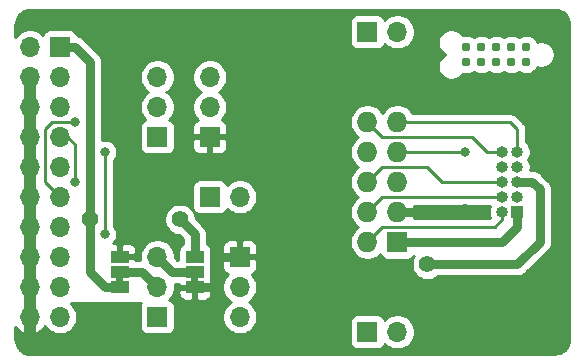
<source format=gbl>
G04 #@! TF.GenerationSoftware,KiCad,Pcbnew,5.1.5-52549c5~86~ubuntu19.04.1*
G04 #@! TF.CreationDate,2020-12-26T14:34:18+01:00*
G04 #@! TF.ProjectId,jlink-tagConnect-adapter-v3,6a6c696e-6b2d-4746-9167-436f6e6e6563,rev?*
G04 #@! TF.SameCoordinates,Original*
G04 #@! TF.FileFunction,Copper,L2,Bot*
G04 #@! TF.FilePolarity,Positive*
%FSLAX46Y46*%
G04 Gerber Fmt 4.6, Leading zero omitted, Abs format (unit mm)*
G04 Created by KiCad (PCBNEW 5.1.5-52549c5~86~ubuntu19.04.1) date 2020-12-26 14:34:18*
%MOMM*%
%LPD*%
G04 APERTURE LIST*
%ADD10C,0.100000*%
%ADD11O,1.700000X1.700000*%
%ADD12R,1.700000X1.700000*%
%ADD13C,0.787400*%
%ADD14O,1.000000X1.000000*%
%ADD15R,1.000000X1.000000*%
%ADD16O,1.727200X1.727200*%
%ADD17R,1.727200X1.727200*%
%ADD18R,1.500000X1.000000*%
%ADD19C,1.400000*%
%ADD20C,0.800000*%
%ADD21C,1.016000*%
%ADD22C,0.762000*%
%ADD23C,0.254000*%
G04 APERTURE END LIST*
D10*
G36*
X105710000Y-115200000D02*
G01*
X105710000Y-114700000D01*
X105110000Y-114700000D01*
X105110000Y-115200000D01*
X105710000Y-115200000D01*
G37*
G36*
X99360000Y-115200000D02*
G01*
X99360000Y-114700000D01*
X98760000Y-114700000D01*
X98760000Y-115200000D01*
X99360000Y-115200000D01*
G37*
D11*
X109220000Y-107950000D03*
D12*
X106680000Y-107950000D03*
D13*
X133477000Y-95250000D03*
X132207000Y-95250000D03*
X130937000Y-95250000D03*
X129667000Y-95250000D03*
X128397000Y-95250000D03*
X128397000Y-96520000D03*
X129667000Y-96520000D03*
X130937000Y-96520000D03*
X132207000Y-96520000D03*
X133477000Y-96520000D03*
D14*
X131445000Y-104140000D03*
X132715000Y-104140000D03*
X131445000Y-105410000D03*
X132715000Y-105410000D03*
X131445000Y-106680000D03*
X132715000Y-106680000D03*
X131445000Y-107950000D03*
X132715000Y-107950000D03*
X131445000Y-109220000D03*
D15*
X132715000Y-109220000D03*
D16*
X120015000Y-101600000D03*
X122555000Y-101600000D03*
X120015000Y-104140000D03*
X122555000Y-104140000D03*
X120015000Y-106680000D03*
X122555000Y-106680000D03*
X120015000Y-109220000D03*
X122555000Y-109220000D03*
X120015000Y-111760000D03*
D17*
X122555000Y-111760000D03*
D11*
X91440000Y-118110000D03*
X93980000Y-118110000D03*
X91440000Y-115570000D03*
X93980000Y-115570000D03*
X91440000Y-113030000D03*
X93980000Y-113030000D03*
X91440000Y-110490000D03*
X93980000Y-110490000D03*
X91440000Y-107950000D03*
X93980000Y-107950000D03*
X91440000Y-105410000D03*
X93980000Y-105410000D03*
X91440000Y-102870000D03*
X93980000Y-102870000D03*
X91440000Y-100330000D03*
X93980000Y-100330000D03*
X91440000Y-97790000D03*
X93980000Y-97790000D03*
X91440000Y-95250000D03*
D12*
X93980000Y-95250000D03*
D11*
X102235000Y-113030000D03*
X102235000Y-115570000D03*
D12*
X102235000Y-118110000D03*
D18*
X105410000Y-114300000D03*
X105410000Y-113000000D03*
X105410000Y-115600000D03*
X99060000Y-114300000D03*
X99060000Y-113000000D03*
X99060000Y-115600000D03*
D11*
X122555000Y-119380000D03*
D12*
X120015000Y-119380000D03*
D11*
X122555000Y-93980000D03*
D12*
X120015000Y-93980000D03*
D11*
X109220000Y-118110000D03*
X109220000Y-115570000D03*
D12*
X109220000Y-113030000D03*
D11*
X106680000Y-97790000D03*
X106680000Y-100330000D03*
D12*
X106680000Y-102870000D03*
D11*
X102235000Y-97790000D03*
X102235000Y-100330000D03*
D12*
X102235000Y-102870000D03*
D19*
X136525000Y-107950000D03*
X128270000Y-109220000D03*
X128270000Y-116205000D03*
D20*
X97790000Y-111125000D03*
X97790000Y-104140000D03*
X95250000Y-101600000D03*
X95250000Y-106680000D03*
D19*
X104140000Y-109855000D03*
X96520000Y-109855000D03*
D20*
X128270000Y-104140000D03*
D19*
X125095000Y-113665000D03*
D21*
X91440000Y-97790000D02*
X91440000Y-120015000D01*
D22*
X105410000Y-115600000D02*
X107285000Y-115600000D01*
X107285000Y-115600000D02*
X107315000Y-115570000D01*
X107315000Y-115570000D02*
X107315000Y-113030000D01*
X107315000Y-113030000D02*
X109220000Y-113030000D01*
X122555000Y-109220000D02*
X128270000Y-109220000D01*
D23*
X97790000Y-111125000D02*
X97790000Y-104140000D01*
X130175000Y-104140000D02*
X131445000Y-104140000D01*
X120015000Y-101600000D02*
X121285000Y-102870000D01*
X128905000Y-102870000D02*
X130175000Y-104140000D01*
X121285000Y-102870000D02*
X128905000Y-102870000D01*
X92710000Y-106680000D02*
X92710000Y-102235000D01*
X93980000Y-107950000D02*
X92710000Y-106680000D01*
X92710000Y-102235000D02*
X93345000Y-101600000D01*
X93345000Y-101600000D02*
X95250000Y-101600000D01*
X120015000Y-109220000D02*
X121285000Y-107950000D01*
X121285000Y-107950000D02*
X127000000Y-107950000D01*
X127000000Y-107950000D02*
X131445000Y-107950000D01*
X93980000Y-102870000D02*
X94615000Y-102870000D01*
X94615000Y-102870000D02*
X95250000Y-103505000D01*
X95250000Y-103505000D02*
X95250000Y-106680000D01*
X95250000Y-106680000D02*
X95250000Y-106680000D01*
X130810000Y-110490000D02*
X131445000Y-109855000D01*
X120015000Y-111760000D02*
X121285000Y-110490000D01*
X131445000Y-109855000D02*
X131445000Y-109220000D01*
X121285000Y-110490000D02*
X130810000Y-110490000D01*
D22*
X99060000Y-115600000D02*
X97820000Y-115600000D01*
X97820000Y-115600000D02*
X96520000Y-114300000D01*
X105410000Y-113000000D02*
X105410000Y-111125000D01*
X105410000Y-111125000D02*
X104140000Y-109855000D01*
X96520000Y-114300000D02*
X96520000Y-109855000D01*
X96520000Y-108585000D02*
X96520000Y-96520000D01*
X95250000Y-95250000D02*
X96520000Y-96520000D01*
X93980000Y-95250000D02*
X95250000Y-95250000D01*
X96520000Y-109855000D02*
X96520000Y-108585000D01*
D23*
X122555000Y-101600000D02*
X132080000Y-101600000D01*
X132715000Y-102235000D02*
X132715000Y-104140000D01*
X132080000Y-101600000D02*
X132715000Y-102235000D01*
X127635000Y-104140000D02*
X127635000Y-104140000D01*
X122555000Y-104140000D02*
X128270000Y-104140000D01*
D22*
X134620000Y-107315000D02*
X133985000Y-106680000D01*
X125095000Y-113665000D02*
X132715000Y-113665000D01*
X133985000Y-106680000D02*
X132715000Y-106680000D01*
X132715000Y-113665000D02*
X134620000Y-111760000D01*
X134620000Y-111760000D02*
X134620000Y-107315000D01*
X132715000Y-110490000D02*
X132715000Y-109220000D01*
X122555000Y-111760000D02*
X131445000Y-111760000D01*
X131445000Y-111760000D02*
X132715000Y-110490000D01*
X103505000Y-114300000D02*
X102235000Y-113030000D01*
X105410000Y-114300000D02*
X103505000Y-114300000D01*
X100965000Y-114300000D02*
X102235000Y-115570000D01*
X99060000Y-114300000D02*
X100965000Y-114300000D01*
D23*
X120015000Y-106680000D02*
X121285000Y-105410000D01*
X121285000Y-105410000D02*
X125095000Y-105410000D01*
X125095000Y-105410000D02*
X126365000Y-106680000D01*
X126365000Y-106680000D02*
X131445000Y-106680000D01*
G36*
X136126173Y-92152245D02*
G01*
X136353345Y-92220833D01*
X136562878Y-92332243D01*
X136746771Y-92482224D01*
X136898039Y-92665075D01*
X137010903Y-92873816D01*
X137081077Y-93100510D01*
X137109201Y-93368089D01*
X137109200Y-119981460D01*
X137082755Y-120251169D01*
X137014167Y-120478346D01*
X136902756Y-120687878D01*
X136752776Y-120871772D01*
X136569925Y-121023039D01*
X136361188Y-121135902D01*
X136134490Y-121206077D01*
X135866921Y-121234200D01*
X91473540Y-121234200D01*
X91203831Y-121207755D01*
X90976654Y-121139167D01*
X90767122Y-121027756D01*
X90583228Y-120877776D01*
X90431961Y-120694925D01*
X90319098Y-120486188D01*
X90248923Y-120259490D01*
X90220800Y-119991921D01*
X90220800Y-118947226D01*
X90342412Y-119110269D01*
X90558645Y-119305178D01*
X90808748Y-119454157D01*
X91083109Y-119551481D01*
X91313000Y-119430814D01*
X91313000Y-118237000D01*
X91293000Y-118237000D01*
X91293000Y-117983000D01*
X91313000Y-117983000D01*
X91313000Y-115697000D01*
X91293000Y-115697000D01*
X91293000Y-115443000D01*
X91313000Y-115443000D01*
X91313000Y-113157000D01*
X91293000Y-113157000D01*
X91293000Y-112903000D01*
X91313000Y-112903000D01*
X91313000Y-110617000D01*
X91293000Y-110617000D01*
X91293000Y-110363000D01*
X91313000Y-110363000D01*
X91313000Y-108077000D01*
X91293000Y-108077000D01*
X91293000Y-107823000D01*
X91313000Y-107823000D01*
X91313000Y-105537000D01*
X91293000Y-105537000D01*
X91293000Y-105283000D01*
X91313000Y-105283000D01*
X91313000Y-102997000D01*
X91293000Y-102997000D01*
X91293000Y-102743000D01*
X91313000Y-102743000D01*
X91313000Y-100457000D01*
X91293000Y-100457000D01*
X91293000Y-100203000D01*
X91313000Y-100203000D01*
X91313000Y-97917000D01*
X91293000Y-97917000D01*
X91293000Y-97663000D01*
X91313000Y-97663000D01*
X91313000Y-97643000D01*
X91567000Y-97643000D01*
X91567000Y-97663000D01*
X91587000Y-97663000D01*
X91587000Y-97917000D01*
X91567000Y-97917000D01*
X91567000Y-100203000D01*
X91587000Y-100203000D01*
X91587000Y-100457000D01*
X91567000Y-100457000D01*
X91567000Y-102743000D01*
X91587000Y-102743000D01*
X91587000Y-102997000D01*
X91567000Y-102997000D01*
X91567000Y-105283000D01*
X91587000Y-105283000D01*
X91587000Y-105537000D01*
X91567000Y-105537000D01*
X91567000Y-107823000D01*
X91587000Y-107823000D01*
X91587000Y-108077000D01*
X91567000Y-108077000D01*
X91567000Y-110363000D01*
X91587000Y-110363000D01*
X91587000Y-110617000D01*
X91567000Y-110617000D01*
X91567000Y-112903000D01*
X91587000Y-112903000D01*
X91587000Y-113157000D01*
X91567000Y-113157000D01*
X91567000Y-115443000D01*
X91587000Y-115443000D01*
X91587000Y-115697000D01*
X91567000Y-115697000D01*
X91567000Y-117983000D01*
X91587000Y-117983000D01*
X91587000Y-118237000D01*
X91567000Y-118237000D01*
X91567000Y-119430814D01*
X91796891Y-119551481D01*
X92071252Y-119454157D01*
X92321355Y-119305178D01*
X92537588Y-119110269D01*
X92708900Y-118880594D01*
X92826525Y-119056632D01*
X93033368Y-119263475D01*
X93276589Y-119425990D01*
X93546842Y-119537932D01*
X93833740Y-119595000D01*
X94126260Y-119595000D01*
X94413158Y-119537932D01*
X94683411Y-119425990D01*
X94926632Y-119263475D01*
X95133475Y-119056632D01*
X95295990Y-118813411D01*
X95407932Y-118543158D01*
X95465000Y-118256260D01*
X95465000Y-117963740D01*
X95407932Y-117676842D01*
X95295990Y-117406589D01*
X95133475Y-117163368D01*
X94937107Y-116967000D01*
X100821593Y-116967000D01*
X100795498Y-117015820D01*
X100759188Y-117135518D01*
X100746928Y-117260000D01*
X100746928Y-118960000D01*
X100759188Y-119084482D01*
X100795498Y-119204180D01*
X100854463Y-119314494D01*
X100933815Y-119411185D01*
X101030506Y-119490537D01*
X101140820Y-119549502D01*
X101260518Y-119585812D01*
X101385000Y-119598072D01*
X103085000Y-119598072D01*
X103209482Y-119585812D01*
X103329180Y-119549502D01*
X103439494Y-119490537D01*
X103536185Y-119411185D01*
X103615537Y-119314494D01*
X103674502Y-119204180D01*
X103710812Y-119084482D01*
X103723072Y-118960000D01*
X103723072Y-117260000D01*
X103710812Y-117135518D01*
X103674502Y-117015820D01*
X103615537Y-116905506D01*
X103536185Y-116808815D01*
X103439494Y-116729463D01*
X103329180Y-116670498D01*
X103256620Y-116648487D01*
X103388475Y-116516632D01*
X103550990Y-116273411D01*
X103662932Y-116003158D01*
X103720000Y-115716260D01*
X103720000Y-115423740D01*
X103698569Y-115316000D01*
X104026750Y-115316000D01*
X104183750Y-115473000D01*
X104539407Y-115473000D01*
X104550988Y-115494781D01*
X104578655Y-115547703D01*
X104580049Y-115549437D01*
X104581095Y-115551404D01*
X104618883Y-115597737D01*
X104656310Y-115644286D01*
X104658015Y-115645717D01*
X104659423Y-115647443D01*
X104705473Y-115685539D01*
X104751246Y-115723947D01*
X104753198Y-115725020D01*
X104754913Y-115726439D01*
X104755951Y-115727000D01*
X104183750Y-115727000D01*
X104025000Y-115885750D01*
X104021928Y-116100000D01*
X104034188Y-116224482D01*
X104070498Y-116344180D01*
X104129463Y-116454494D01*
X104208815Y-116551185D01*
X104305506Y-116630537D01*
X104415820Y-116689502D01*
X104535518Y-116725812D01*
X104660000Y-116738072D01*
X105124250Y-116735000D01*
X105283000Y-116576250D01*
X105283000Y-115835000D01*
X105537000Y-115835000D01*
X105537000Y-116576250D01*
X105695750Y-116735000D01*
X106160000Y-116738072D01*
X106284482Y-116725812D01*
X106404180Y-116689502D01*
X106514494Y-116630537D01*
X106611185Y-116551185D01*
X106690537Y-116454494D01*
X106749502Y-116344180D01*
X106785812Y-116224482D01*
X106798072Y-116100000D01*
X106795000Y-115885750D01*
X106636250Y-115727000D01*
X106063740Y-115727000D01*
X106107737Y-115691117D01*
X106154286Y-115653690D01*
X106155717Y-115651985D01*
X106157443Y-115650577D01*
X106195539Y-115604527D01*
X106233947Y-115558754D01*
X106235020Y-115556802D01*
X106236439Y-115555087D01*
X106264851Y-115502539D01*
X106281091Y-115473000D01*
X106636250Y-115473000D01*
X106795000Y-115314250D01*
X106798072Y-115100000D01*
X106785812Y-114975518D01*
X106778071Y-114950000D01*
X106785812Y-114924482D01*
X106798072Y-114800000D01*
X106798072Y-113880000D01*
X107731928Y-113880000D01*
X107744188Y-114004482D01*
X107780498Y-114124180D01*
X107839463Y-114234494D01*
X107918815Y-114331185D01*
X108015506Y-114410537D01*
X108125820Y-114469502D01*
X108198380Y-114491513D01*
X108066525Y-114623368D01*
X107904010Y-114866589D01*
X107792068Y-115136842D01*
X107735000Y-115423740D01*
X107735000Y-115716260D01*
X107792068Y-116003158D01*
X107904010Y-116273411D01*
X108066525Y-116516632D01*
X108273368Y-116723475D01*
X108447760Y-116840000D01*
X108273368Y-116956525D01*
X108066525Y-117163368D01*
X107904010Y-117406589D01*
X107792068Y-117676842D01*
X107735000Y-117963740D01*
X107735000Y-118256260D01*
X107792068Y-118543158D01*
X107904010Y-118813411D01*
X108066525Y-119056632D01*
X108273368Y-119263475D01*
X108516589Y-119425990D01*
X108786842Y-119537932D01*
X109073740Y-119595000D01*
X109366260Y-119595000D01*
X109653158Y-119537932D01*
X109923411Y-119425990D01*
X110166632Y-119263475D01*
X110373475Y-119056632D01*
X110535990Y-118813411D01*
X110647932Y-118543158D01*
X110650549Y-118530000D01*
X118526928Y-118530000D01*
X118526928Y-120230000D01*
X118539188Y-120354482D01*
X118575498Y-120474180D01*
X118634463Y-120584494D01*
X118713815Y-120681185D01*
X118810506Y-120760537D01*
X118920820Y-120819502D01*
X119040518Y-120855812D01*
X119165000Y-120868072D01*
X120865000Y-120868072D01*
X120989482Y-120855812D01*
X121109180Y-120819502D01*
X121219494Y-120760537D01*
X121316185Y-120681185D01*
X121395537Y-120584494D01*
X121454502Y-120474180D01*
X121476513Y-120401620D01*
X121608368Y-120533475D01*
X121851589Y-120695990D01*
X122121842Y-120807932D01*
X122408740Y-120865000D01*
X122701260Y-120865000D01*
X122988158Y-120807932D01*
X123258411Y-120695990D01*
X123501632Y-120533475D01*
X123708475Y-120326632D01*
X123870990Y-120083411D01*
X123982932Y-119813158D01*
X124040000Y-119526260D01*
X124040000Y-119233740D01*
X123982932Y-118946842D01*
X123870990Y-118676589D01*
X123708475Y-118433368D01*
X123501632Y-118226525D01*
X123258411Y-118064010D01*
X122988158Y-117952068D01*
X122701260Y-117895000D01*
X122408740Y-117895000D01*
X122121842Y-117952068D01*
X121851589Y-118064010D01*
X121608368Y-118226525D01*
X121476513Y-118358380D01*
X121454502Y-118285820D01*
X121395537Y-118175506D01*
X121316185Y-118078815D01*
X121219494Y-117999463D01*
X121109180Y-117940498D01*
X120989482Y-117904188D01*
X120865000Y-117891928D01*
X119165000Y-117891928D01*
X119040518Y-117904188D01*
X118920820Y-117940498D01*
X118810506Y-117999463D01*
X118713815Y-118078815D01*
X118634463Y-118175506D01*
X118575498Y-118285820D01*
X118539188Y-118405518D01*
X118526928Y-118530000D01*
X110650549Y-118530000D01*
X110705000Y-118256260D01*
X110705000Y-117963740D01*
X110647932Y-117676842D01*
X110535990Y-117406589D01*
X110373475Y-117163368D01*
X110166632Y-116956525D01*
X109992240Y-116840000D01*
X110166632Y-116723475D01*
X110373475Y-116516632D01*
X110535990Y-116273411D01*
X110647932Y-116003158D01*
X110705000Y-115716260D01*
X110705000Y-115423740D01*
X110647932Y-115136842D01*
X110535990Y-114866589D01*
X110373475Y-114623368D01*
X110241620Y-114491513D01*
X110314180Y-114469502D01*
X110424494Y-114410537D01*
X110521185Y-114331185D01*
X110600537Y-114234494D01*
X110659502Y-114124180D01*
X110695812Y-114004482D01*
X110708072Y-113880000D01*
X110705000Y-113315750D01*
X110546250Y-113157000D01*
X109347000Y-113157000D01*
X109347000Y-113177000D01*
X109093000Y-113177000D01*
X109093000Y-113157000D01*
X107893750Y-113157000D01*
X107735000Y-113315750D01*
X107731928Y-113880000D01*
X106798072Y-113880000D01*
X106798072Y-113800000D01*
X106785812Y-113675518D01*
X106778071Y-113650000D01*
X106785812Y-113624482D01*
X106798072Y-113500000D01*
X106798072Y-112500000D01*
X106785812Y-112375518D01*
X106749502Y-112255820D01*
X106708975Y-112180000D01*
X107731928Y-112180000D01*
X107735000Y-112744250D01*
X107893750Y-112903000D01*
X109093000Y-112903000D01*
X109093000Y-111703750D01*
X109347000Y-111703750D01*
X109347000Y-112903000D01*
X110546250Y-112903000D01*
X110705000Y-112744250D01*
X110708072Y-112180000D01*
X110695812Y-112055518D01*
X110659502Y-111935820D01*
X110600537Y-111825506D01*
X110521185Y-111728815D01*
X110424494Y-111649463D01*
X110314180Y-111590498D01*
X110194482Y-111554188D01*
X110070000Y-111541928D01*
X109505750Y-111545000D01*
X109347000Y-111703750D01*
X109093000Y-111703750D01*
X108934250Y-111545000D01*
X108370000Y-111541928D01*
X108245518Y-111554188D01*
X108125820Y-111590498D01*
X108015506Y-111649463D01*
X107918815Y-111728815D01*
X107839463Y-111825506D01*
X107780498Y-111935820D01*
X107744188Y-112055518D01*
X107731928Y-112180000D01*
X106708975Y-112180000D01*
X106690537Y-112145506D01*
X106611185Y-112048815D01*
X106514494Y-111969463D01*
X106426000Y-111922161D01*
X106426000Y-111174893D01*
X106430914Y-111124999D01*
X106426000Y-111075105D01*
X106426000Y-111075098D01*
X106411298Y-110925829D01*
X106353202Y-110734313D01*
X106258860Y-110557810D01*
X106131896Y-110403104D01*
X106093133Y-110371292D01*
X105475000Y-109753160D01*
X105475000Y-109723514D01*
X105423696Y-109465595D01*
X105323061Y-109222641D01*
X105176962Y-109003987D01*
X104991013Y-108818038D01*
X104772359Y-108671939D01*
X104529405Y-108571304D01*
X104271486Y-108520000D01*
X104008514Y-108520000D01*
X103750595Y-108571304D01*
X103507641Y-108671939D01*
X103288987Y-108818038D01*
X103103038Y-109003987D01*
X102956939Y-109222641D01*
X102856304Y-109465595D01*
X102805000Y-109723514D01*
X102805000Y-109986486D01*
X102856304Y-110244405D01*
X102956939Y-110487359D01*
X103103038Y-110706013D01*
X103288987Y-110891962D01*
X103507641Y-111038061D01*
X103750595Y-111138696D01*
X104008514Y-111190000D01*
X104038160Y-111190000D01*
X104394001Y-111545842D01*
X104394001Y-111922161D01*
X104305506Y-111969463D01*
X104208815Y-112048815D01*
X104129463Y-112145506D01*
X104070498Y-112255820D01*
X104034188Y-112375518D01*
X104021928Y-112500000D01*
X104021928Y-113284000D01*
X103925841Y-113284000D01*
X103720000Y-113078159D01*
X103720000Y-112883740D01*
X103662932Y-112596842D01*
X103550990Y-112326589D01*
X103388475Y-112083368D01*
X103181632Y-111876525D01*
X102938411Y-111714010D01*
X102668158Y-111602068D01*
X102381260Y-111545000D01*
X102088740Y-111545000D01*
X101801842Y-111602068D01*
X101531589Y-111714010D01*
X101288368Y-111876525D01*
X101081525Y-112083368D01*
X100919010Y-112326589D01*
X100807068Y-112596842D01*
X100750000Y-112883740D01*
X100750000Y-113176260D01*
X100771431Y-113284000D01*
X100443250Y-113284000D01*
X100286250Y-113127000D01*
X99187000Y-113127000D01*
X99187000Y-113147000D01*
X98933000Y-113147000D01*
X98933000Y-113127000D01*
X98913000Y-113127000D01*
X98913000Y-112873000D01*
X98933000Y-112873000D01*
X98933000Y-112023750D01*
X99187000Y-112023750D01*
X99187000Y-112873000D01*
X100286250Y-112873000D01*
X100445000Y-112714250D01*
X100448072Y-112500000D01*
X100435812Y-112375518D01*
X100399502Y-112255820D01*
X100340537Y-112145506D01*
X100261185Y-112048815D01*
X100164494Y-111969463D01*
X100054180Y-111910498D01*
X99934482Y-111874188D01*
X99810000Y-111861928D01*
X99345750Y-111865000D01*
X99187000Y-112023750D01*
X98933000Y-112023750D01*
X98774250Y-111865000D01*
X98515424Y-111863287D01*
X98593937Y-111784774D01*
X98707205Y-111615256D01*
X98785226Y-111426898D01*
X98825000Y-111226939D01*
X98825000Y-111023061D01*
X98785226Y-110823102D01*
X98707205Y-110634744D01*
X98593937Y-110465226D01*
X98552000Y-110423289D01*
X98552000Y-107100000D01*
X105191928Y-107100000D01*
X105191928Y-108800000D01*
X105204188Y-108924482D01*
X105240498Y-109044180D01*
X105299463Y-109154494D01*
X105378815Y-109251185D01*
X105475506Y-109330537D01*
X105585820Y-109389502D01*
X105705518Y-109425812D01*
X105830000Y-109438072D01*
X107530000Y-109438072D01*
X107654482Y-109425812D01*
X107774180Y-109389502D01*
X107884494Y-109330537D01*
X107981185Y-109251185D01*
X108060537Y-109154494D01*
X108119502Y-109044180D01*
X108141513Y-108971620D01*
X108273368Y-109103475D01*
X108516589Y-109265990D01*
X108786842Y-109377932D01*
X109073740Y-109435000D01*
X109366260Y-109435000D01*
X109653158Y-109377932D01*
X109923411Y-109265990D01*
X110166632Y-109103475D01*
X110373475Y-108896632D01*
X110535990Y-108653411D01*
X110647932Y-108383158D01*
X110705000Y-108096260D01*
X110705000Y-107803740D01*
X110647932Y-107516842D01*
X110535990Y-107246589D01*
X110373475Y-107003368D01*
X110166632Y-106796525D01*
X109923411Y-106634010D01*
X109653158Y-106522068D01*
X109366260Y-106465000D01*
X109073740Y-106465000D01*
X108786842Y-106522068D01*
X108516589Y-106634010D01*
X108273368Y-106796525D01*
X108141513Y-106928380D01*
X108119502Y-106855820D01*
X108060537Y-106745506D01*
X107981185Y-106648815D01*
X107884494Y-106569463D01*
X107774180Y-106510498D01*
X107654482Y-106474188D01*
X107530000Y-106461928D01*
X105830000Y-106461928D01*
X105705518Y-106474188D01*
X105585820Y-106510498D01*
X105475506Y-106569463D01*
X105378815Y-106648815D01*
X105299463Y-106745506D01*
X105240498Y-106855820D01*
X105204188Y-106975518D01*
X105191928Y-107100000D01*
X98552000Y-107100000D01*
X98552000Y-104841711D01*
X98593937Y-104799774D01*
X98707205Y-104630256D01*
X98785226Y-104441898D01*
X98825000Y-104241939D01*
X98825000Y-104038061D01*
X98785226Y-103838102D01*
X98707205Y-103649744D01*
X98593937Y-103480226D01*
X98449774Y-103336063D01*
X98280256Y-103222795D01*
X98091898Y-103144774D01*
X97891939Y-103105000D01*
X97688061Y-103105000D01*
X97536000Y-103135247D01*
X97536000Y-102020000D01*
X100746928Y-102020000D01*
X100746928Y-103720000D01*
X100759188Y-103844482D01*
X100795498Y-103964180D01*
X100854463Y-104074494D01*
X100933815Y-104171185D01*
X101030506Y-104250537D01*
X101140820Y-104309502D01*
X101260518Y-104345812D01*
X101385000Y-104358072D01*
X103085000Y-104358072D01*
X103209482Y-104345812D01*
X103329180Y-104309502D01*
X103439494Y-104250537D01*
X103536185Y-104171185D01*
X103615537Y-104074494D01*
X103674502Y-103964180D01*
X103710812Y-103844482D01*
X103723072Y-103720000D01*
X105191928Y-103720000D01*
X105204188Y-103844482D01*
X105240498Y-103964180D01*
X105299463Y-104074494D01*
X105378815Y-104171185D01*
X105475506Y-104250537D01*
X105585820Y-104309502D01*
X105705518Y-104345812D01*
X105830000Y-104358072D01*
X106394250Y-104355000D01*
X106553000Y-104196250D01*
X106553000Y-102997000D01*
X106807000Y-102997000D01*
X106807000Y-104196250D01*
X106965750Y-104355000D01*
X107530000Y-104358072D01*
X107654482Y-104345812D01*
X107774180Y-104309502D01*
X107884494Y-104250537D01*
X107981185Y-104171185D01*
X108060537Y-104074494D01*
X108119502Y-103964180D01*
X108155812Y-103844482D01*
X108168072Y-103720000D01*
X108165000Y-103155750D01*
X108006250Y-102997000D01*
X106807000Y-102997000D01*
X106553000Y-102997000D01*
X105353750Y-102997000D01*
X105195000Y-103155750D01*
X105191928Y-103720000D01*
X103723072Y-103720000D01*
X103723072Y-102020000D01*
X105191928Y-102020000D01*
X105195000Y-102584250D01*
X105353750Y-102743000D01*
X106553000Y-102743000D01*
X106553000Y-102723000D01*
X106807000Y-102723000D01*
X106807000Y-102743000D01*
X108006250Y-102743000D01*
X108165000Y-102584250D01*
X108168072Y-102020000D01*
X108155812Y-101895518D01*
X108119502Y-101775820D01*
X108060537Y-101665506D01*
X107981185Y-101568815D01*
X107884494Y-101489463D01*
X107815157Y-101452401D01*
X118516400Y-101452401D01*
X118516400Y-101747599D01*
X118573990Y-102037125D01*
X118686958Y-102309853D01*
X118850961Y-102555302D01*
X119059698Y-102764039D01*
X119218281Y-102870000D01*
X119059698Y-102975961D01*
X118850961Y-103184698D01*
X118686958Y-103430147D01*
X118573990Y-103702875D01*
X118516400Y-103992401D01*
X118516400Y-104287599D01*
X118573990Y-104577125D01*
X118686958Y-104849853D01*
X118850961Y-105095302D01*
X119059698Y-105304039D01*
X119218281Y-105410000D01*
X119059698Y-105515961D01*
X118850961Y-105724698D01*
X118686958Y-105970147D01*
X118573990Y-106242875D01*
X118516400Y-106532401D01*
X118516400Y-106827599D01*
X118573990Y-107117125D01*
X118686958Y-107389853D01*
X118850961Y-107635302D01*
X119059698Y-107844039D01*
X119218281Y-107950000D01*
X119059698Y-108055961D01*
X118850961Y-108264698D01*
X118686958Y-108510147D01*
X118573990Y-108782875D01*
X118516400Y-109072401D01*
X118516400Y-109367599D01*
X118573990Y-109657125D01*
X118686958Y-109929853D01*
X118850961Y-110175302D01*
X119059698Y-110384039D01*
X119218281Y-110490000D01*
X119059698Y-110595961D01*
X118850961Y-110804698D01*
X118686958Y-111050147D01*
X118573990Y-111322875D01*
X118516400Y-111612401D01*
X118516400Y-111907599D01*
X118573990Y-112197125D01*
X118686958Y-112469853D01*
X118850961Y-112715302D01*
X119059698Y-112924039D01*
X119305147Y-113088042D01*
X119577875Y-113201010D01*
X119867401Y-113258600D01*
X120162599Y-113258600D01*
X120452125Y-113201010D01*
X120724853Y-113088042D01*
X120970302Y-112924039D01*
X121084364Y-112809977D01*
X121101898Y-112867780D01*
X121160863Y-112978094D01*
X121240215Y-113074785D01*
X121336906Y-113154137D01*
X121447220Y-113213102D01*
X121566918Y-113249412D01*
X121691400Y-113261672D01*
X123418600Y-113261672D01*
X123543082Y-113249412D01*
X123662780Y-113213102D01*
X123773094Y-113154137D01*
X123869785Y-113074785D01*
X123945095Y-112983019D01*
X123911939Y-113032641D01*
X123811304Y-113275595D01*
X123760000Y-113533514D01*
X123760000Y-113796486D01*
X123811304Y-114054405D01*
X123911939Y-114297359D01*
X124058038Y-114516013D01*
X124243987Y-114701962D01*
X124462641Y-114848061D01*
X124705595Y-114948696D01*
X124963514Y-115000000D01*
X125226486Y-115000000D01*
X125484405Y-114948696D01*
X125727359Y-114848061D01*
X125946013Y-114701962D01*
X125966975Y-114681000D01*
X132665098Y-114681000D01*
X132715000Y-114685915D01*
X132764902Y-114681000D01*
X132914171Y-114666298D01*
X133105687Y-114608202D01*
X133282190Y-114513860D01*
X133436896Y-114386896D01*
X133468712Y-114348128D01*
X135303135Y-112513706D01*
X135341896Y-112481896D01*
X135468860Y-112327190D01*
X135563202Y-112150687D01*
X135621298Y-111959171D01*
X135636000Y-111809902D01*
X135636000Y-111809901D01*
X135640915Y-111760000D01*
X135636000Y-111710098D01*
X135636000Y-107364902D01*
X135640915Y-107315000D01*
X135621298Y-107115829D01*
X135563202Y-106924313D01*
X135468860Y-106747810D01*
X135443924Y-106717426D01*
X135341896Y-106593104D01*
X135303127Y-106561287D01*
X134738713Y-105996873D01*
X134706896Y-105958104D01*
X134552190Y-105831140D01*
X134375687Y-105736798D01*
X134184171Y-105678702D01*
X134034902Y-105664000D01*
X133985000Y-105659085D01*
X133935098Y-105664000D01*
X133821712Y-105664000D01*
X133850000Y-105521788D01*
X133850000Y-105298212D01*
X133806383Y-105078933D01*
X133720824Y-104872376D01*
X133655759Y-104775000D01*
X133720824Y-104677624D01*
X133806383Y-104471067D01*
X133850000Y-104251788D01*
X133850000Y-104028212D01*
X133806383Y-103808933D01*
X133720824Y-103602376D01*
X133596612Y-103416480D01*
X133477000Y-103296868D01*
X133477000Y-102272423D01*
X133480686Y-102235000D01*
X133473555Y-102162598D01*
X133465974Y-102085622D01*
X133422402Y-101941985D01*
X133389465Y-101880364D01*
X133351645Y-101809607D01*
X133309236Y-101757932D01*
X133256422Y-101693578D01*
X133227347Y-101669717D01*
X132645284Y-101087654D01*
X132621422Y-101058578D01*
X132505392Y-100963355D01*
X132373015Y-100892598D01*
X132229378Y-100849026D01*
X132117426Y-100838000D01*
X132117423Y-100838000D01*
X132080000Y-100834314D01*
X132042577Y-100838000D01*
X123848199Y-100838000D01*
X123719039Y-100644698D01*
X123510302Y-100435961D01*
X123264853Y-100271958D01*
X122992125Y-100158990D01*
X122702599Y-100101400D01*
X122407401Y-100101400D01*
X122117875Y-100158990D01*
X121845147Y-100271958D01*
X121599698Y-100435961D01*
X121390961Y-100644698D01*
X121285000Y-100803281D01*
X121179039Y-100644698D01*
X120970302Y-100435961D01*
X120724853Y-100271958D01*
X120452125Y-100158990D01*
X120162599Y-100101400D01*
X119867401Y-100101400D01*
X119577875Y-100158990D01*
X119305147Y-100271958D01*
X119059698Y-100435961D01*
X118850961Y-100644698D01*
X118686958Y-100890147D01*
X118573990Y-101162875D01*
X118516400Y-101452401D01*
X107815157Y-101452401D01*
X107774180Y-101430498D01*
X107701620Y-101408487D01*
X107833475Y-101276632D01*
X107995990Y-101033411D01*
X108107932Y-100763158D01*
X108165000Y-100476260D01*
X108165000Y-100183740D01*
X108107932Y-99896842D01*
X107995990Y-99626589D01*
X107833475Y-99383368D01*
X107626632Y-99176525D01*
X107452240Y-99060000D01*
X107626632Y-98943475D01*
X107833475Y-98736632D01*
X107995990Y-98493411D01*
X108107932Y-98223158D01*
X108165000Y-97936260D01*
X108165000Y-97643740D01*
X108107932Y-97356842D01*
X107995990Y-97086589D01*
X107833475Y-96843368D01*
X107626632Y-96636525D01*
X107383411Y-96474010D01*
X107113158Y-96362068D01*
X106826260Y-96305000D01*
X106533740Y-96305000D01*
X106246842Y-96362068D01*
X105976589Y-96474010D01*
X105733368Y-96636525D01*
X105526525Y-96843368D01*
X105364010Y-97086589D01*
X105252068Y-97356842D01*
X105195000Y-97643740D01*
X105195000Y-97936260D01*
X105252068Y-98223158D01*
X105364010Y-98493411D01*
X105526525Y-98736632D01*
X105733368Y-98943475D01*
X105907760Y-99060000D01*
X105733368Y-99176525D01*
X105526525Y-99383368D01*
X105364010Y-99626589D01*
X105252068Y-99896842D01*
X105195000Y-100183740D01*
X105195000Y-100476260D01*
X105252068Y-100763158D01*
X105364010Y-101033411D01*
X105526525Y-101276632D01*
X105658380Y-101408487D01*
X105585820Y-101430498D01*
X105475506Y-101489463D01*
X105378815Y-101568815D01*
X105299463Y-101665506D01*
X105240498Y-101775820D01*
X105204188Y-101895518D01*
X105191928Y-102020000D01*
X103723072Y-102020000D01*
X103710812Y-101895518D01*
X103674502Y-101775820D01*
X103615537Y-101665506D01*
X103536185Y-101568815D01*
X103439494Y-101489463D01*
X103329180Y-101430498D01*
X103256620Y-101408487D01*
X103388475Y-101276632D01*
X103550990Y-101033411D01*
X103662932Y-100763158D01*
X103720000Y-100476260D01*
X103720000Y-100183740D01*
X103662932Y-99896842D01*
X103550990Y-99626589D01*
X103388475Y-99383368D01*
X103181632Y-99176525D01*
X103007240Y-99060000D01*
X103181632Y-98943475D01*
X103388475Y-98736632D01*
X103550990Y-98493411D01*
X103662932Y-98223158D01*
X103720000Y-97936260D01*
X103720000Y-97643740D01*
X103662932Y-97356842D01*
X103550990Y-97086589D01*
X103388475Y-96843368D01*
X103181632Y-96636525D01*
X102938411Y-96474010D01*
X102668158Y-96362068D01*
X102381260Y-96305000D01*
X102088740Y-96305000D01*
X101801842Y-96362068D01*
X101531589Y-96474010D01*
X101288368Y-96636525D01*
X101081525Y-96843368D01*
X100919010Y-97086589D01*
X100807068Y-97356842D01*
X100750000Y-97643740D01*
X100750000Y-97936260D01*
X100807068Y-98223158D01*
X100919010Y-98493411D01*
X101081525Y-98736632D01*
X101288368Y-98943475D01*
X101462760Y-99060000D01*
X101288368Y-99176525D01*
X101081525Y-99383368D01*
X100919010Y-99626589D01*
X100807068Y-99896842D01*
X100750000Y-100183740D01*
X100750000Y-100476260D01*
X100807068Y-100763158D01*
X100919010Y-101033411D01*
X101081525Y-101276632D01*
X101213380Y-101408487D01*
X101140820Y-101430498D01*
X101030506Y-101489463D01*
X100933815Y-101568815D01*
X100854463Y-101665506D01*
X100795498Y-101775820D01*
X100759188Y-101895518D01*
X100746928Y-102020000D01*
X97536000Y-102020000D01*
X97536000Y-96569893D01*
X97540914Y-96519999D01*
X97536000Y-96470105D01*
X97536000Y-96470098D01*
X97521298Y-96320829D01*
X97463202Y-96129313D01*
X97368860Y-95952810D01*
X97241896Y-95798104D01*
X97203133Y-95766292D01*
X96003712Y-94566872D01*
X95971896Y-94528104D01*
X95817190Y-94401140D01*
X95640687Y-94306798D01*
X95449171Y-94248702D01*
X95447631Y-94248550D01*
X95419502Y-94155820D01*
X95360537Y-94045506D01*
X95281185Y-93948815D01*
X95184494Y-93869463D01*
X95074180Y-93810498D01*
X94954482Y-93774188D01*
X94830000Y-93761928D01*
X93130000Y-93761928D01*
X93005518Y-93774188D01*
X92885820Y-93810498D01*
X92775506Y-93869463D01*
X92678815Y-93948815D01*
X92599463Y-94045506D01*
X92540498Y-94155820D01*
X92518487Y-94228380D01*
X92386632Y-94096525D01*
X92143411Y-93934010D01*
X91873158Y-93822068D01*
X91586260Y-93765000D01*
X91293740Y-93765000D01*
X91006842Y-93822068D01*
X90736589Y-93934010D01*
X90493368Y-94096525D01*
X90286525Y-94303368D01*
X90220800Y-94401732D01*
X90220800Y-93378541D01*
X90245169Y-93130000D01*
X118526928Y-93130000D01*
X118526928Y-94830000D01*
X118539188Y-94954482D01*
X118575498Y-95074180D01*
X118634463Y-95184494D01*
X118713815Y-95281185D01*
X118810506Y-95360537D01*
X118920820Y-95419502D01*
X119040518Y-95455812D01*
X119165000Y-95468072D01*
X120865000Y-95468072D01*
X120989482Y-95455812D01*
X121109180Y-95419502D01*
X121219494Y-95360537D01*
X121316185Y-95281185D01*
X121395537Y-95184494D01*
X121454502Y-95074180D01*
X121476513Y-95001620D01*
X121608368Y-95133475D01*
X121851589Y-95295990D01*
X122121842Y-95407932D01*
X122408740Y-95465000D01*
X122701260Y-95465000D01*
X122988158Y-95407932D01*
X123258411Y-95295990D01*
X123501632Y-95133475D01*
X123708475Y-94926632D01*
X123821368Y-94757675D01*
X125996700Y-94757675D01*
X125996700Y-94980325D01*
X126040137Y-95198696D01*
X126125341Y-95404398D01*
X126249039Y-95589524D01*
X126406476Y-95746961D01*
X126591602Y-95870659D01*
X126626224Y-95885000D01*
X126591602Y-95899341D01*
X126406476Y-96023039D01*
X126249039Y-96180476D01*
X126125341Y-96365602D01*
X126040137Y-96571304D01*
X125996700Y-96789675D01*
X125996700Y-97012325D01*
X126040137Y-97230696D01*
X126125341Y-97436398D01*
X126249039Y-97621524D01*
X126406476Y-97778961D01*
X126591602Y-97902659D01*
X126797304Y-97987863D01*
X127015675Y-98031300D01*
X127238325Y-98031300D01*
X127456696Y-97987863D01*
X127662398Y-97902659D01*
X127847524Y-97778961D01*
X128004961Y-97621524D01*
X128083700Y-97503683D01*
X128096939Y-97509167D01*
X128295682Y-97548700D01*
X128498318Y-97548700D01*
X128697061Y-97509167D01*
X128884272Y-97431622D01*
X129032000Y-97332913D01*
X129179728Y-97431622D01*
X129366939Y-97509167D01*
X129565682Y-97548700D01*
X129768318Y-97548700D01*
X129967061Y-97509167D01*
X130154272Y-97431622D01*
X130302000Y-97332913D01*
X130449728Y-97431622D01*
X130636939Y-97509167D01*
X130835682Y-97548700D01*
X131038318Y-97548700D01*
X131237061Y-97509167D01*
X131424272Y-97431622D01*
X131572000Y-97332913D01*
X131719728Y-97431622D01*
X131906939Y-97509167D01*
X132105682Y-97548700D01*
X132308318Y-97548700D01*
X132507061Y-97509167D01*
X132694272Y-97431622D01*
X132842000Y-97332913D01*
X132989728Y-97431622D01*
X133176939Y-97509167D01*
X133375682Y-97548700D01*
X133578318Y-97548700D01*
X133777061Y-97509167D01*
X133964272Y-97431622D01*
X134132758Y-97319043D01*
X134276043Y-97175758D01*
X134388622Y-97007272D01*
X134405341Y-96966908D01*
X134417304Y-96971863D01*
X134635675Y-97015300D01*
X134858325Y-97015300D01*
X135076696Y-96971863D01*
X135282398Y-96886659D01*
X135467524Y-96762961D01*
X135624961Y-96605524D01*
X135748659Y-96420398D01*
X135833863Y-96214696D01*
X135877300Y-95996325D01*
X135877300Y-95773675D01*
X135833863Y-95555304D01*
X135748659Y-95349602D01*
X135624961Y-95164476D01*
X135467524Y-95007039D01*
X135282398Y-94883341D01*
X135076696Y-94798137D01*
X134858325Y-94754700D01*
X134635675Y-94754700D01*
X134417304Y-94798137D01*
X134405341Y-94803092D01*
X134388622Y-94762728D01*
X134276043Y-94594242D01*
X134132758Y-94450957D01*
X133964272Y-94338378D01*
X133777061Y-94260833D01*
X133578318Y-94221300D01*
X133375682Y-94221300D01*
X133176939Y-94260833D01*
X132989728Y-94338378D01*
X132842000Y-94437087D01*
X132694272Y-94338378D01*
X132507061Y-94260833D01*
X132308318Y-94221300D01*
X132105682Y-94221300D01*
X131906939Y-94260833D01*
X131719728Y-94338378D01*
X131572000Y-94437087D01*
X131424272Y-94338378D01*
X131237061Y-94260833D01*
X131038318Y-94221300D01*
X130835682Y-94221300D01*
X130636939Y-94260833D01*
X130449728Y-94338378D01*
X130302000Y-94437087D01*
X130154272Y-94338378D01*
X129967061Y-94260833D01*
X129768318Y-94221300D01*
X129565682Y-94221300D01*
X129366939Y-94260833D01*
X129179728Y-94338378D01*
X129032000Y-94437087D01*
X128884272Y-94338378D01*
X128697061Y-94260833D01*
X128498318Y-94221300D01*
X128295682Y-94221300D01*
X128096939Y-94260833D01*
X128083700Y-94266317D01*
X128004961Y-94148476D01*
X127847524Y-93991039D01*
X127662398Y-93867341D01*
X127456696Y-93782137D01*
X127238325Y-93738700D01*
X127015675Y-93738700D01*
X126797304Y-93782137D01*
X126591602Y-93867341D01*
X126406476Y-93991039D01*
X126249039Y-94148476D01*
X126125341Y-94333602D01*
X126040137Y-94539304D01*
X125996700Y-94757675D01*
X123821368Y-94757675D01*
X123870990Y-94683411D01*
X123982932Y-94413158D01*
X124040000Y-94126260D01*
X124040000Y-93833740D01*
X123982932Y-93546842D01*
X123870990Y-93276589D01*
X123708475Y-93033368D01*
X123501632Y-92826525D01*
X123258411Y-92664010D01*
X122988158Y-92552068D01*
X122701260Y-92495000D01*
X122408740Y-92495000D01*
X122121842Y-92552068D01*
X121851589Y-92664010D01*
X121608368Y-92826525D01*
X121476513Y-92958380D01*
X121454502Y-92885820D01*
X121395537Y-92775506D01*
X121316185Y-92678815D01*
X121219494Y-92599463D01*
X121109180Y-92540498D01*
X120989482Y-92504188D01*
X120865000Y-92491928D01*
X119165000Y-92491928D01*
X119040518Y-92504188D01*
X118920820Y-92540498D01*
X118810506Y-92599463D01*
X118713815Y-92678815D01*
X118634463Y-92775506D01*
X118575498Y-92885820D01*
X118539188Y-93005518D01*
X118526928Y-93130000D01*
X90245169Y-93130000D01*
X90247245Y-93108827D01*
X90315833Y-92881655D01*
X90427243Y-92672122D01*
X90577224Y-92488229D01*
X90760075Y-92336961D01*
X90968816Y-92224097D01*
X91195510Y-92153923D01*
X91463079Y-92125800D01*
X135856459Y-92125800D01*
X136126173Y-92152245D01*
G37*
X136126173Y-92152245D02*
X136353345Y-92220833D01*
X136562878Y-92332243D01*
X136746771Y-92482224D01*
X136898039Y-92665075D01*
X137010903Y-92873816D01*
X137081077Y-93100510D01*
X137109201Y-93368089D01*
X137109200Y-119981460D01*
X137082755Y-120251169D01*
X137014167Y-120478346D01*
X136902756Y-120687878D01*
X136752776Y-120871772D01*
X136569925Y-121023039D01*
X136361188Y-121135902D01*
X136134490Y-121206077D01*
X135866921Y-121234200D01*
X91473540Y-121234200D01*
X91203831Y-121207755D01*
X90976654Y-121139167D01*
X90767122Y-121027756D01*
X90583228Y-120877776D01*
X90431961Y-120694925D01*
X90319098Y-120486188D01*
X90248923Y-120259490D01*
X90220800Y-119991921D01*
X90220800Y-118947226D01*
X90342412Y-119110269D01*
X90558645Y-119305178D01*
X90808748Y-119454157D01*
X91083109Y-119551481D01*
X91313000Y-119430814D01*
X91313000Y-118237000D01*
X91293000Y-118237000D01*
X91293000Y-117983000D01*
X91313000Y-117983000D01*
X91313000Y-115697000D01*
X91293000Y-115697000D01*
X91293000Y-115443000D01*
X91313000Y-115443000D01*
X91313000Y-113157000D01*
X91293000Y-113157000D01*
X91293000Y-112903000D01*
X91313000Y-112903000D01*
X91313000Y-110617000D01*
X91293000Y-110617000D01*
X91293000Y-110363000D01*
X91313000Y-110363000D01*
X91313000Y-108077000D01*
X91293000Y-108077000D01*
X91293000Y-107823000D01*
X91313000Y-107823000D01*
X91313000Y-105537000D01*
X91293000Y-105537000D01*
X91293000Y-105283000D01*
X91313000Y-105283000D01*
X91313000Y-102997000D01*
X91293000Y-102997000D01*
X91293000Y-102743000D01*
X91313000Y-102743000D01*
X91313000Y-100457000D01*
X91293000Y-100457000D01*
X91293000Y-100203000D01*
X91313000Y-100203000D01*
X91313000Y-97917000D01*
X91293000Y-97917000D01*
X91293000Y-97663000D01*
X91313000Y-97663000D01*
X91313000Y-97643000D01*
X91567000Y-97643000D01*
X91567000Y-97663000D01*
X91587000Y-97663000D01*
X91587000Y-97917000D01*
X91567000Y-97917000D01*
X91567000Y-100203000D01*
X91587000Y-100203000D01*
X91587000Y-100457000D01*
X91567000Y-100457000D01*
X91567000Y-102743000D01*
X91587000Y-102743000D01*
X91587000Y-102997000D01*
X91567000Y-102997000D01*
X91567000Y-105283000D01*
X91587000Y-105283000D01*
X91587000Y-105537000D01*
X91567000Y-105537000D01*
X91567000Y-107823000D01*
X91587000Y-107823000D01*
X91587000Y-108077000D01*
X91567000Y-108077000D01*
X91567000Y-110363000D01*
X91587000Y-110363000D01*
X91587000Y-110617000D01*
X91567000Y-110617000D01*
X91567000Y-112903000D01*
X91587000Y-112903000D01*
X91587000Y-113157000D01*
X91567000Y-113157000D01*
X91567000Y-115443000D01*
X91587000Y-115443000D01*
X91587000Y-115697000D01*
X91567000Y-115697000D01*
X91567000Y-117983000D01*
X91587000Y-117983000D01*
X91587000Y-118237000D01*
X91567000Y-118237000D01*
X91567000Y-119430814D01*
X91796891Y-119551481D01*
X92071252Y-119454157D01*
X92321355Y-119305178D01*
X92537588Y-119110269D01*
X92708900Y-118880594D01*
X92826525Y-119056632D01*
X93033368Y-119263475D01*
X93276589Y-119425990D01*
X93546842Y-119537932D01*
X93833740Y-119595000D01*
X94126260Y-119595000D01*
X94413158Y-119537932D01*
X94683411Y-119425990D01*
X94926632Y-119263475D01*
X95133475Y-119056632D01*
X95295990Y-118813411D01*
X95407932Y-118543158D01*
X95465000Y-118256260D01*
X95465000Y-117963740D01*
X95407932Y-117676842D01*
X95295990Y-117406589D01*
X95133475Y-117163368D01*
X94937107Y-116967000D01*
X100821593Y-116967000D01*
X100795498Y-117015820D01*
X100759188Y-117135518D01*
X100746928Y-117260000D01*
X100746928Y-118960000D01*
X100759188Y-119084482D01*
X100795498Y-119204180D01*
X100854463Y-119314494D01*
X100933815Y-119411185D01*
X101030506Y-119490537D01*
X101140820Y-119549502D01*
X101260518Y-119585812D01*
X101385000Y-119598072D01*
X103085000Y-119598072D01*
X103209482Y-119585812D01*
X103329180Y-119549502D01*
X103439494Y-119490537D01*
X103536185Y-119411185D01*
X103615537Y-119314494D01*
X103674502Y-119204180D01*
X103710812Y-119084482D01*
X103723072Y-118960000D01*
X103723072Y-117260000D01*
X103710812Y-117135518D01*
X103674502Y-117015820D01*
X103615537Y-116905506D01*
X103536185Y-116808815D01*
X103439494Y-116729463D01*
X103329180Y-116670498D01*
X103256620Y-116648487D01*
X103388475Y-116516632D01*
X103550990Y-116273411D01*
X103662932Y-116003158D01*
X103720000Y-115716260D01*
X103720000Y-115423740D01*
X103698569Y-115316000D01*
X104026750Y-115316000D01*
X104183750Y-115473000D01*
X104539407Y-115473000D01*
X104550988Y-115494781D01*
X104578655Y-115547703D01*
X104580049Y-115549437D01*
X104581095Y-115551404D01*
X104618883Y-115597737D01*
X104656310Y-115644286D01*
X104658015Y-115645717D01*
X104659423Y-115647443D01*
X104705473Y-115685539D01*
X104751246Y-115723947D01*
X104753198Y-115725020D01*
X104754913Y-115726439D01*
X104755951Y-115727000D01*
X104183750Y-115727000D01*
X104025000Y-115885750D01*
X104021928Y-116100000D01*
X104034188Y-116224482D01*
X104070498Y-116344180D01*
X104129463Y-116454494D01*
X104208815Y-116551185D01*
X104305506Y-116630537D01*
X104415820Y-116689502D01*
X104535518Y-116725812D01*
X104660000Y-116738072D01*
X105124250Y-116735000D01*
X105283000Y-116576250D01*
X105283000Y-115835000D01*
X105537000Y-115835000D01*
X105537000Y-116576250D01*
X105695750Y-116735000D01*
X106160000Y-116738072D01*
X106284482Y-116725812D01*
X106404180Y-116689502D01*
X106514494Y-116630537D01*
X106611185Y-116551185D01*
X106690537Y-116454494D01*
X106749502Y-116344180D01*
X106785812Y-116224482D01*
X106798072Y-116100000D01*
X106795000Y-115885750D01*
X106636250Y-115727000D01*
X106063740Y-115727000D01*
X106107737Y-115691117D01*
X106154286Y-115653690D01*
X106155717Y-115651985D01*
X106157443Y-115650577D01*
X106195539Y-115604527D01*
X106233947Y-115558754D01*
X106235020Y-115556802D01*
X106236439Y-115555087D01*
X106264851Y-115502539D01*
X106281091Y-115473000D01*
X106636250Y-115473000D01*
X106795000Y-115314250D01*
X106798072Y-115100000D01*
X106785812Y-114975518D01*
X106778071Y-114950000D01*
X106785812Y-114924482D01*
X106798072Y-114800000D01*
X106798072Y-113880000D01*
X107731928Y-113880000D01*
X107744188Y-114004482D01*
X107780498Y-114124180D01*
X107839463Y-114234494D01*
X107918815Y-114331185D01*
X108015506Y-114410537D01*
X108125820Y-114469502D01*
X108198380Y-114491513D01*
X108066525Y-114623368D01*
X107904010Y-114866589D01*
X107792068Y-115136842D01*
X107735000Y-115423740D01*
X107735000Y-115716260D01*
X107792068Y-116003158D01*
X107904010Y-116273411D01*
X108066525Y-116516632D01*
X108273368Y-116723475D01*
X108447760Y-116840000D01*
X108273368Y-116956525D01*
X108066525Y-117163368D01*
X107904010Y-117406589D01*
X107792068Y-117676842D01*
X107735000Y-117963740D01*
X107735000Y-118256260D01*
X107792068Y-118543158D01*
X107904010Y-118813411D01*
X108066525Y-119056632D01*
X108273368Y-119263475D01*
X108516589Y-119425990D01*
X108786842Y-119537932D01*
X109073740Y-119595000D01*
X109366260Y-119595000D01*
X109653158Y-119537932D01*
X109923411Y-119425990D01*
X110166632Y-119263475D01*
X110373475Y-119056632D01*
X110535990Y-118813411D01*
X110647932Y-118543158D01*
X110650549Y-118530000D01*
X118526928Y-118530000D01*
X118526928Y-120230000D01*
X118539188Y-120354482D01*
X118575498Y-120474180D01*
X118634463Y-120584494D01*
X118713815Y-120681185D01*
X118810506Y-120760537D01*
X118920820Y-120819502D01*
X119040518Y-120855812D01*
X119165000Y-120868072D01*
X120865000Y-120868072D01*
X120989482Y-120855812D01*
X121109180Y-120819502D01*
X121219494Y-120760537D01*
X121316185Y-120681185D01*
X121395537Y-120584494D01*
X121454502Y-120474180D01*
X121476513Y-120401620D01*
X121608368Y-120533475D01*
X121851589Y-120695990D01*
X122121842Y-120807932D01*
X122408740Y-120865000D01*
X122701260Y-120865000D01*
X122988158Y-120807932D01*
X123258411Y-120695990D01*
X123501632Y-120533475D01*
X123708475Y-120326632D01*
X123870990Y-120083411D01*
X123982932Y-119813158D01*
X124040000Y-119526260D01*
X124040000Y-119233740D01*
X123982932Y-118946842D01*
X123870990Y-118676589D01*
X123708475Y-118433368D01*
X123501632Y-118226525D01*
X123258411Y-118064010D01*
X122988158Y-117952068D01*
X122701260Y-117895000D01*
X122408740Y-117895000D01*
X122121842Y-117952068D01*
X121851589Y-118064010D01*
X121608368Y-118226525D01*
X121476513Y-118358380D01*
X121454502Y-118285820D01*
X121395537Y-118175506D01*
X121316185Y-118078815D01*
X121219494Y-117999463D01*
X121109180Y-117940498D01*
X120989482Y-117904188D01*
X120865000Y-117891928D01*
X119165000Y-117891928D01*
X119040518Y-117904188D01*
X118920820Y-117940498D01*
X118810506Y-117999463D01*
X118713815Y-118078815D01*
X118634463Y-118175506D01*
X118575498Y-118285820D01*
X118539188Y-118405518D01*
X118526928Y-118530000D01*
X110650549Y-118530000D01*
X110705000Y-118256260D01*
X110705000Y-117963740D01*
X110647932Y-117676842D01*
X110535990Y-117406589D01*
X110373475Y-117163368D01*
X110166632Y-116956525D01*
X109992240Y-116840000D01*
X110166632Y-116723475D01*
X110373475Y-116516632D01*
X110535990Y-116273411D01*
X110647932Y-116003158D01*
X110705000Y-115716260D01*
X110705000Y-115423740D01*
X110647932Y-115136842D01*
X110535990Y-114866589D01*
X110373475Y-114623368D01*
X110241620Y-114491513D01*
X110314180Y-114469502D01*
X110424494Y-114410537D01*
X110521185Y-114331185D01*
X110600537Y-114234494D01*
X110659502Y-114124180D01*
X110695812Y-114004482D01*
X110708072Y-113880000D01*
X110705000Y-113315750D01*
X110546250Y-113157000D01*
X109347000Y-113157000D01*
X109347000Y-113177000D01*
X109093000Y-113177000D01*
X109093000Y-113157000D01*
X107893750Y-113157000D01*
X107735000Y-113315750D01*
X107731928Y-113880000D01*
X106798072Y-113880000D01*
X106798072Y-113800000D01*
X106785812Y-113675518D01*
X106778071Y-113650000D01*
X106785812Y-113624482D01*
X106798072Y-113500000D01*
X106798072Y-112500000D01*
X106785812Y-112375518D01*
X106749502Y-112255820D01*
X106708975Y-112180000D01*
X107731928Y-112180000D01*
X107735000Y-112744250D01*
X107893750Y-112903000D01*
X109093000Y-112903000D01*
X109093000Y-111703750D01*
X109347000Y-111703750D01*
X109347000Y-112903000D01*
X110546250Y-112903000D01*
X110705000Y-112744250D01*
X110708072Y-112180000D01*
X110695812Y-112055518D01*
X110659502Y-111935820D01*
X110600537Y-111825506D01*
X110521185Y-111728815D01*
X110424494Y-111649463D01*
X110314180Y-111590498D01*
X110194482Y-111554188D01*
X110070000Y-111541928D01*
X109505750Y-111545000D01*
X109347000Y-111703750D01*
X109093000Y-111703750D01*
X108934250Y-111545000D01*
X108370000Y-111541928D01*
X108245518Y-111554188D01*
X108125820Y-111590498D01*
X108015506Y-111649463D01*
X107918815Y-111728815D01*
X107839463Y-111825506D01*
X107780498Y-111935820D01*
X107744188Y-112055518D01*
X107731928Y-112180000D01*
X106708975Y-112180000D01*
X106690537Y-112145506D01*
X106611185Y-112048815D01*
X106514494Y-111969463D01*
X106426000Y-111922161D01*
X106426000Y-111174893D01*
X106430914Y-111124999D01*
X106426000Y-111075105D01*
X106426000Y-111075098D01*
X106411298Y-110925829D01*
X106353202Y-110734313D01*
X106258860Y-110557810D01*
X106131896Y-110403104D01*
X106093133Y-110371292D01*
X105475000Y-109753160D01*
X105475000Y-109723514D01*
X105423696Y-109465595D01*
X105323061Y-109222641D01*
X105176962Y-109003987D01*
X104991013Y-108818038D01*
X104772359Y-108671939D01*
X104529405Y-108571304D01*
X104271486Y-108520000D01*
X104008514Y-108520000D01*
X103750595Y-108571304D01*
X103507641Y-108671939D01*
X103288987Y-108818038D01*
X103103038Y-109003987D01*
X102956939Y-109222641D01*
X102856304Y-109465595D01*
X102805000Y-109723514D01*
X102805000Y-109986486D01*
X102856304Y-110244405D01*
X102956939Y-110487359D01*
X103103038Y-110706013D01*
X103288987Y-110891962D01*
X103507641Y-111038061D01*
X103750595Y-111138696D01*
X104008514Y-111190000D01*
X104038160Y-111190000D01*
X104394001Y-111545842D01*
X104394001Y-111922161D01*
X104305506Y-111969463D01*
X104208815Y-112048815D01*
X104129463Y-112145506D01*
X104070498Y-112255820D01*
X104034188Y-112375518D01*
X104021928Y-112500000D01*
X104021928Y-113284000D01*
X103925841Y-113284000D01*
X103720000Y-113078159D01*
X103720000Y-112883740D01*
X103662932Y-112596842D01*
X103550990Y-112326589D01*
X103388475Y-112083368D01*
X103181632Y-111876525D01*
X102938411Y-111714010D01*
X102668158Y-111602068D01*
X102381260Y-111545000D01*
X102088740Y-111545000D01*
X101801842Y-111602068D01*
X101531589Y-111714010D01*
X101288368Y-111876525D01*
X101081525Y-112083368D01*
X100919010Y-112326589D01*
X100807068Y-112596842D01*
X100750000Y-112883740D01*
X100750000Y-113176260D01*
X100771431Y-113284000D01*
X100443250Y-113284000D01*
X100286250Y-113127000D01*
X99187000Y-113127000D01*
X99187000Y-113147000D01*
X98933000Y-113147000D01*
X98933000Y-113127000D01*
X98913000Y-113127000D01*
X98913000Y-112873000D01*
X98933000Y-112873000D01*
X98933000Y-112023750D01*
X99187000Y-112023750D01*
X99187000Y-112873000D01*
X100286250Y-112873000D01*
X100445000Y-112714250D01*
X100448072Y-112500000D01*
X100435812Y-112375518D01*
X100399502Y-112255820D01*
X100340537Y-112145506D01*
X100261185Y-112048815D01*
X100164494Y-111969463D01*
X100054180Y-111910498D01*
X99934482Y-111874188D01*
X99810000Y-111861928D01*
X99345750Y-111865000D01*
X99187000Y-112023750D01*
X98933000Y-112023750D01*
X98774250Y-111865000D01*
X98515424Y-111863287D01*
X98593937Y-111784774D01*
X98707205Y-111615256D01*
X98785226Y-111426898D01*
X98825000Y-111226939D01*
X98825000Y-111023061D01*
X98785226Y-110823102D01*
X98707205Y-110634744D01*
X98593937Y-110465226D01*
X98552000Y-110423289D01*
X98552000Y-107100000D01*
X105191928Y-107100000D01*
X105191928Y-108800000D01*
X105204188Y-108924482D01*
X105240498Y-109044180D01*
X105299463Y-109154494D01*
X105378815Y-109251185D01*
X105475506Y-109330537D01*
X105585820Y-109389502D01*
X105705518Y-109425812D01*
X105830000Y-109438072D01*
X107530000Y-109438072D01*
X107654482Y-109425812D01*
X107774180Y-109389502D01*
X107884494Y-109330537D01*
X107981185Y-109251185D01*
X108060537Y-109154494D01*
X108119502Y-109044180D01*
X108141513Y-108971620D01*
X108273368Y-109103475D01*
X108516589Y-109265990D01*
X108786842Y-109377932D01*
X109073740Y-109435000D01*
X109366260Y-109435000D01*
X109653158Y-109377932D01*
X109923411Y-109265990D01*
X110166632Y-109103475D01*
X110373475Y-108896632D01*
X110535990Y-108653411D01*
X110647932Y-108383158D01*
X110705000Y-108096260D01*
X110705000Y-107803740D01*
X110647932Y-107516842D01*
X110535990Y-107246589D01*
X110373475Y-107003368D01*
X110166632Y-106796525D01*
X109923411Y-106634010D01*
X109653158Y-106522068D01*
X109366260Y-106465000D01*
X109073740Y-106465000D01*
X108786842Y-106522068D01*
X108516589Y-106634010D01*
X108273368Y-106796525D01*
X108141513Y-106928380D01*
X108119502Y-106855820D01*
X108060537Y-106745506D01*
X107981185Y-106648815D01*
X107884494Y-106569463D01*
X107774180Y-106510498D01*
X107654482Y-106474188D01*
X107530000Y-106461928D01*
X105830000Y-106461928D01*
X105705518Y-106474188D01*
X105585820Y-106510498D01*
X105475506Y-106569463D01*
X105378815Y-106648815D01*
X105299463Y-106745506D01*
X105240498Y-106855820D01*
X105204188Y-106975518D01*
X105191928Y-107100000D01*
X98552000Y-107100000D01*
X98552000Y-104841711D01*
X98593937Y-104799774D01*
X98707205Y-104630256D01*
X98785226Y-104441898D01*
X98825000Y-104241939D01*
X98825000Y-104038061D01*
X98785226Y-103838102D01*
X98707205Y-103649744D01*
X98593937Y-103480226D01*
X98449774Y-103336063D01*
X98280256Y-103222795D01*
X98091898Y-103144774D01*
X97891939Y-103105000D01*
X97688061Y-103105000D01*
X97536000Y-103135247D01*
X97536000Y-102020000D01*
X100746928Y-102020000D01*
X100746928Y-103720000D01*
X100759188Y-103844482D01*
X100795498Y-103964180D01*
X100854463Y-104074494D01*
X100933815Y-104171185D01*
X101030506Y-104250537D01*
X101140820Y-104309502D01*
X101260518Y-104345812D01*
X101385000Y-104358072D01*
X103085000Y-104358072D01*
X103209482Y-104345812D01*
X103329180Y-104309502D01*
X103439494Y-104250537D01*
X103536185Y-104171185D01*
X103615537Y-104074494D01*
X103674502Y-103964180D01*
X103710812Y-103844482D01*
X103723072Y-103720000D01*
X105191928Y-103720000D01*
X105204188Y-103844482D01*
X105240498Y-103964180D01*
X105299463Y-104074494D01*
X105378815Y-104171185D01*
X105475506Y-104250537D01*
X105585820Y-104309502D01*
X105705518Y-104345812D01*
X105830000Y-104358072D01*
X106394250Y-104355000D01*
X106553000Y-104196250D01*
X106553000Y-102997000D01*
X106807000Y-102997000D01*
X106807000Y-104196250D01*
X106965750Y-104355000D01*
X107530000Y-104358072D01*
X107654482Y-104345812D01*
X107774180Y-104309502D01*
X107884494Y-104250537D01*
X107981185Y-104171185D01*
X108060537Y-104074494D01*
X108119502Y-103964180D01*
X108155812Y-103844482D01*
X108168072Y-103720000D01*
X108165000Y-103155750D01*
X108006250Y-102997000D01*
X106807000Y-102997000D01*
X106553000Y-102997000D01*
X105353750Y-102997000D01*
X105195000Y-103155750D01*
X105191928Y-103720000D01*
X103723072Y-103720000D01*
X103723072Y-102020000D01*
X105191928Y-102020000D01*
X105195000Y-102584250D01*
X105353750Y-102743000D01*
X106553000Y-102743000D01*
X106553000Y-102723000D01*
X106807000Y-102723000D01*
X106807000Y-102743000D01*
X108006250Y-102743000D01*
X108165000Y-102584250D01*
X108168072Y-102020000D01*
X108155812Y-101895518D01*
X108119502Y-101775820D01*
X108060537Y-101665506D01*
X107981185Y-101568815D01*
X107884494Y-101489463D01*
X107815157Y-101452401D01*
X118516400Y-101452401D01*
X118516400Y-101747599D01*
X118573990Y-102037125D01*
X118686958Y-102309853D01*
X118850961Y-102555302D01*
X119059698Y-102764039D01*
X119218281Y-102870000D01*
X119059698Y-102975961D01*
X118850961Y-103184698D01*
X118686958Y-103430147D01*
X118573990Y-103702875D01*
X118516400Y-103992401D01*
X118516400Y-104287599D01*
X118573990Y-104577125D01*
X118686958Y-104849853D01*
X118850961Y-105095302D01*
X119059698Y-105304039D01*
X119218281Y-105410000D01*
X119059698Y-105515961D01*
X118850961Y-105724698D01*
X118686958Y-105970147D01*
X118573990Y-106242875D01*
X118516400Y-106532401D01*
X118516400Y-106827599D01*
X118573990Y-107117125D01*
X118686958Y-107389853D01*
X118850961Y-107635302D01*
X119059698Y-107844039D01*
X119218281Y-107950000D01*
X119059698Y-108055961D01*
X118850961Y-108264698D01*
X118686958Y-108510147D01*
X118573990Y-108782875D01*
X118516400Y-109072401D01*
X118516400Y-109367599D01*
X118573990Y-109657125D01*
X118686958Y-109929853D01*
X118850961Y-110175302D01*
X119059698Y-110384039D01*
X119218281Y-110490000D01*
X119059698Y-110595961D01*
X118850961Y-110804698D01*
X118686958Y-111050147D01*
X118573990Y-111322875D01*
X118516400Y-111612401D01*
X118516400Y-111907599D01*
X118573990Y-112197125D01*
X118686958Y-112469853D01*
X118850961Y-112715302D01*
X119059698Y-112924039D01*
X119305147Y-113088042D01*
X119577875Y-113201010D01*
X119867401Y-113258600D01*
X120162599Y-113258600D01*
X120452125Y-113201010D01*
X120724853Y-113088042D01*
X120970302Y-112924039D01*
X121084364Y-112809977D01*
X121101898Y-112867780D01*
X121160863Y-112978094D01*
X121240215Y-113074785D01*
X121336906Y-113154137D01*
X121447220Y-113213102D01*
X121566918Y-113249412D01*
X121691400Y-113261672D01*
X123418600Y-113261672D01*
X123543082Y-113249412D01*
X123662780Y-113213102D01*
X123773094Y-113154137D01*
X123869785Y-113074785D01*
X123945095Y-112983019D01*
X123911939Y-113032641D01*
X123811304Y-113275595D01*
X123760000Y-113533514D01*
X123760000Y-113796486D01*
X123811304Y-114054405D01*
X123911939Y-114297359D01*
X124058038Y-114516013D01*
X124243987Y-114701962D01*
X124462641Y-114848061D01*
X124705595Y-114948696D01*
X124963514Y-115000000D01*
X125226486Y-115000000D01*
X125484405Y-114948696D01*
X125727359Y-114848061D01*
X125946013Y-114701962D01*
X125966975Y-114681000D01*
X132665098Y-114681000D01*
X132715000Y-114685915D01*
X132764902Y-114681000D01*
X132914171Y-114666298D01*
X133105687Y-114608202D01*
X133282190Y-114513860D01*
X133436896Y-114386896D01*
X133468712Y-114348128D01*
X135303135Y-112513706D01*
X135341896Y-112481896D01*
X135468860Y-112327190D01*
X135563202Y-112150687D01*
X135621298Y-111959171D01*
X135636000Y-111809902D01*
X135636000Y-111809901D01*
X135640915Y-111760000D01*
X135636000Y-111710098D01*
X135636000Y-107364902D01*
X135640915Y-107315000D01*
X135621298Y-107115829D01*
X135563202Y-106924313D01*
X135468860Y-106747810D01*
X135443924Y-106717426D01*
X135341896Y-106593104D01*
X135303127Y-106561287D01*
X134738713Y-105996873D01*
X134706896Y-105958104D01*
X134552190Y-105831140D01*
X134375687Y-105736798D01*
X134184171Y-105678702D01*
X134034902Y-105664000D01*
X133985000Y-105659085D01*
X133935098Y-105664000D01*
X133821712Y-105664000D01*
X133850000Y-105521788D01*
X133850000Y-105298212D01*
X133806383Y-105078933D01*
X133720824Y-104872376D01*
X133655759Y-104775000D01*
X133720824Y-104677624D01*
X133806383Y-104471067D01*
X133850000Y-104251788D01*
X133850000Y-104028212D01*
X133806383Y-103808933D01*
X133720824Y-103602376D01*
X133596612Y-103416480D01*
X133477000Y-103296868D01*
X133477000Y-102272423D01*
X133480686Y-102235000D01*
X133473555Y-102162598D01*
X133465974Y-102085622D01*
X133422402Y-101941985D01*
X133389465Y-101880364D01*
X133351645Y-101809607D01*
X133309236Y-101757932D01*
X133256422Y-101693578D01*
X133227347Y-101669717D01*
X132645284Y-101087654D01*
X132621422Y-101058578D01*
X132505392Y-100963355D01*
X132373015Y-100892598D01*
X132229378Y-100849026D01*
X132117426Y-100838000D01*
X132117423Y-100838000D01*
X132080000Y-100834314D01*
X132042577Y-100838000D01*
X123848199Y-100838000D01*
X123719039Y-100644698D01*
X123510302Y-100435961D01*
X123264853Y-100271958D01*
X122992125Y-100158990D01*
X122702599Y-100101400D01*
X122407401Y-100101400D01*
X122117875Y-100158990D01*
X121845147Y-100271958D01*
X121599698Y-100435961D01*
X121390961Y-100644698D01*
X121285000Y-100803281D01*
X121179039Y-100644698D01*
X120970302Y-100435961D01*
X120724853Y-100271958D01*
X120452125Y-100158990D01*
X120162599Y-100101400D01*
X119867401Y-100101400D01*
X119577875Y-100158990D01*
X119305147Y-100271958D01*
X119059698Y-100435961D01*
X118850961Y-100644698D01*
X118686958Y-100890147D01*
X118573990Y-101162875D01*
X118516400Y-101452401D01*
X107815157Y-101452401D01*
X107774180Y-101430498D01*
X107701620Y-101408487D01*
X107833475Y-101276632D01*
X107995990Y-101033411D01*
X108107932Y-100763158D01*
X108165000Y-100476260D01*
X108165000Y-100183740D01*
X108107932Y-99896842D01*
X107995990Y-99626589D01*
X107833475Y-99383368D01*
X107626632Y-99176525D01*
X107452240Y-99060000D01*
X107626632Y-98943475D01*
X107833475Y-98736632D01*
X107995990Y-98493411D01*
X108107932Y-98223158D01*
X108165000Y-97936260D01*
X108165000Y-97643740D01*
X108107932Y-97356842D01*
X107995990Y-97086589D01*
X107833475Y-96843368D01*
X107626632Y-96636525D01*
X107383411Y-96474010D01*
X107113158Y-96362068D01*
X106826260Y-96305000D01*
X106533740Y-96305000D01*
X106246842Y-96362068D01*
X105976589Y-96474010D01*
X105733368Y-96636525D01*
X105526525Y-96843368D01*
X105364010Y-97086589D01*
X105252068Y-97356842D01*
X105195000Y-97643740D01*
X105195000Y-97936260D01*
X105252068Y-98223158D01*
X105364010Y-98493411D01*
X105526525Y-98736632D01*
X105733368Y-98943475D01*
X105907760Y-99060000D01*
X105733368Y-99176525D01*
X105526525Y-99383368D01*
X105364010Y-99626589D01*
X105252068Y-99896842D01*
X105195000Y-100183740D01*
X105195000Y-100476260D01*
X105252068Y-100763158D01*
X105364010Y-101033411D01*
X105526525Y-101276632D01*
X105658380Y-101408487D01*
X105585820Y-101430498D01*
X105475506Y-101489463D01*
X105378815Y-101568815D01*
X105299463Y-101665506D01*
X105240498Y-101775820D01*
X105204188Y-101895518D01*
X105191928Y-102020000D01*
X103723072Y-102020000D01*
X103710812Y-101895518D01*
X103674502Y-101775820D01*
X103615537Y-101665506D01*
X103536185Y-101568815D01*
X103439494Y-101489463D01*
X103329180Y-101430498D01*
X103256620Y-101408487D01*
X103388475Y-101276632D01*
X103550990Y-101033411D01*
X103662932Y-100763158D01*
X103720000Y-100476260D01*
X103720000Y-100183740D01*
X103662932Y-99896842D01*
X103550990Y-99626589D01*
X103388475Y-99383368D01*
X103181632Y-99176525D01*
X103007240Y-99060000D01*
X103181632Y-98943475D01*
X103388475Y-98736632D01*
X103550990Y-98493411D01*
X103662932Y-98223158D01*
X103720000Y-97936260D01*
X103720000Y-97643740D01*
X103662932Y-97356842D01*
X103550990Y-97086589D01*
X103388475Y-96843368D01*
X103181632Y-96636525D01*
X102938411Y-96474010D01*
X102668158Y-96362068D01*
X102381260Y-96305000D01*
X102088740Y-96305000D01*
X101801842Y-96362068D01*
X101531589Y-96474010D01*
X101288368Y-96636525D01*
X101081525Y-96843368D01*
X100919010Y-97086589D01*
X100807068Y-97356842D01*
X100750000Y-97643740D01*
X100750000Y-97936260D01*
X100807068Y-98223158D01*
X100919010Y-98493411D01*
X101081525Y-98736632D01*
X101288368Y-98943475D01*
X101462760Y-99060000D01*
X101288368Y-99176525D01*
X101081525Y-99383368D01*
X100919010Y-99626589D01*
X100807068Y-99896842D01*
X100750000Y-100183740D01*
X100750000Y-100476260D01*
X100807068Y-100763158D01*
X100919010Y-101033411D01*
X101081525Y-101276632D01*
X101213380Y-101408487D01*
X101140820Y-101430498D01*
X101030506Y-101489463D01*
X100933815Y-101568815D01*
X100854463Y-101665506D01*
X100795498Y-101775820D01*
X100759188Y-101895518D01*
X100746928Y-102020000D01*
X97536000Y-102020000D01*
X97536000Y-96569893D01*
X97540914Y-96519999D01*
X97536000Y-96470105D01*
X97536000Y-96470098D01*
X97521298Y-96320829D01*
X97463202Y-96129313D01*
X97368860Y-95952810D01*
X97241896Y-95798104D01*
X97203133Y-95766292D01*
X96003712Y-94566872D01*
X95971896Y-94528104D01*
X95817190Y-94401140D01*
X95640687Y-94306798D01*
X95449171Y-94248702D01*
X95447631Y-94248550D01*
X95419502Y-94155820D01*
X95360537Y-94045506D01*
X95281185Y-93948815D01*
X95184494Y-93869463D01*
X95074180Y-93810498D01*
X94954482Y-93774188D01*
X94830000Y-93761928D01*
X93130000Y-93761928D01*
X93005518Y-93774188D01*
X92885820Y-93810498D01*
X92775506Y-93869463D01*
X92678815Y-93948815D01*
X92599463Y-94045506D01*
X92540498Y-94155820D01*
X92518487Y-94228380D01*
X92386632Y-94096525D01*
X92143411Y-93934010D01*
X91873158Y-93822068D01*
X91586260Y-93765000D01*
X91293740Y-93765000D01*
X91006842Y-93822068D01*
X90736589Y-93934010D01*
X90493368Y-94096525D01*
X90286525Y-94303368D01*
X90220800Y-94401732D01*
X90220800Y-93378541D01*
X90245169Y-93130000D01*
X118526928Y-93130000D01*
X118526928Y-94830000D01*
X118539188Y-94954482D01*
X118575498Y-95074180D01*
X118634463Y-95184494D01*
X118713815Y-95281185D01*
X118810506Y-95360537D01*
X118920820Y-95419502D01*
X119040518Y-95455812D01*
X119165000Y-95468072D01*
X120865000Y-95468072D01*
X120989482Y-95455812D01*
X121109180Y-95419502D01*
X121219494Y-95360537D01*
X121316185Y-95281185D01*
X121395537Y-95184494D01*
X121454502Y-95074180D01*
X121476513Y-95001620D01*
X121608368Y-95133475D01*
X121851589Y-95295990D01*
X122121842Y-95407932D01*
X122408740Y-95465000D01*
X122701260Y-95465000D01*
X122988158Y-95407932D01*
X123258411Y-95295990D01*
X123501632Y-95133475D01*
X123708475Y-94926632D01*
X123821368Y-94757675D01*
X125996700Y-94757675D01*
X125996700Y-94980325D01*
X126040137Y-95198696D01*
X126125341Y-95404398D01*
X126249039Y-95589524D01*
X126406476Y-95746961D01*
X126591602Y-95870659D01*
X126626224Y-95885000D01*
X126591602Y-95899341D01*
X126406476Y-96023039D01*
X126249039Y-96180476D01*
X126125341Y-96365602D01*
X126040137Y-96571304D01*
X125996700Y-96789675D01*
X125996700Y-97012325D01*
X126040137Y-97230696D01*
X126125341Y-97436398D01*
X126249039Y-97621524D01*
X126406476Y-97778961D01*
X126591602Y-97902659D01*
X126797304Y-97987863D01*
X127015675Y-98031300D01*
X127238325Y-98031300D01*
X127456696Y-97987863D01*
X127662398Y-97902659D01*
X127847524Y-97778961D01*
X128004961Y-97621524D01*
X128083700Y-97503683D01*
X128096939Y-97509167D01*
X128295682Y-97548700D01*
X128498318Y-97548700D01*
X128697061Y-97509167D01*
X128884272Y-97431622D01*
X129032000Y-97332913D01*
X129179728Y-97431622D01*
X129366939Y-97509167D01*
X129565682Y-97548700D01*
X129768318Y-97548700D01*
X129967061Y-97509167D01*
X130154272Y-97431622D01*
X130302000Y-97332913D01*
X130449728Y-97431622D01*
X130636939Y-97509167D01*
X130835682Y-97548700D01*
X131038318Y-97548700D01*
X131237061Y-97509167D01*
X131424272Y-97431622D01*
X131572000Y-97332913D01*
X131719728Y-97431622D01*
X131906939Y-97509167D01*
X132105682Y-97548700D01*
X132308318Y-97548700D01*
X132507061Y-97509167D01*
X132694272Y-97431622D01*
X132842000Y-97332913D01*
X132989728Y-97431622D01*
X133176939Y-97509167D01*
X133375682Y-97548700D01*
X133578318Y-97548700D01*
X133777061Y-97509167D01*
X133964272Y-97431622D01*
X134132758Y-97319043D01*
X134276043Y-97175758D01*
X134388622Y-97007272D01*
X134405341Y-96966908D01*
X134417304Y-96971863D01*
X134635675Y-97015300D01*
X134858325Y-97015300D01*
X135076696Y-96971863D01*
X135282398Y-96886659D01*
X135467524Y-96762961D01*
X135624961Y-96605524D01*
X135748659Y-96420398D01*
X135833863Y-96214696D01*
X135877300Y-95996325D01*
X135877300Y-95773675D01*
X135833863Y-95555304D01*
X135748659Y-95349602D01*
X135624961Y-95164476D01*
X135467524Y-95007039D01*
X135282398Y-94883341D01*
X135076696Y-94798137D01*
X134858325Y-94754700D01*
X134635675Y-94754700D01*
X134417304Y-94798137D01*
X134405341Y-94803092D01*
X134388622Y-94762728D01*
X134276043Y-94594242D01*
X134132758Y-94450957D01*
X133964272Y-94338378D01*
X133777061Y-94260833D01*
X133578318Y-94221300D01*
X133375682Y-94221300D01*
X133176939Y-94260833D01*
X132989728Y-94338378D01*
X132842000Y-94437087D01*
X132694272Y-94338378D01*
X132507061Y-94260833D01*
X132308318Y-94221300D01*
X132105682Y-94221300D01*
X131906939Y-94260833D01*
X131719728Y-94338378D01*
X131572000Y-94437087D01*
X131424272Y-94338378D01*
X131237061Y-94260833D01*
X131038318Y-94221300D01*
X130835682Y-94221300D01*
X130636939Y-94260833D01*
X130449728Y-94338378D01*
X130302000Y-94437087D01*
X130154272Y-94338378D01*
X129967061Y-94260833D01*
X129768318Y-94221300D01*
X129565682Y-94221300D01*
X129366939Y-94260833D01*
X129179728Y-94338378D01*
X129032000Y-94437087D01*
X128884272Y-94338378D01*
X128697061Y-94260833D01*
X128498318Y-94221300D01*
X128295682Y-94221300D01*
X128096939Y-94260833D01*
X128083700Y-94266317D01*
X128004961Y-94148476D01*
X127847524Y-93991039D01*
X127662398Y-93867341D01*
X127456696Y-93782137D01*
X127238325Y-93738700D01*
X127015675Y-93738700D01*
X126797304Y-93782137D01*
X126591602Y-93867341D01*
X126406476Y-93991039D01*
X126249039Y-94148476D01*
X126125341Y-94333602D01*
X126040137Y-94539304D01*
X125996700Y-94757675D01*
X123821368Y-94757675D01*
X123870990Y-94683411D01*
X123982932Y-94413158D01*
X124040000Y-94126260D01*
X124040000Y-93833740D01*
X123982932Y-93546842D01*
X123870990Y-93276589D01*
X123708475Y-93033368D01*
X123501632Y-92826525D01*
X123258411Y-92664010D01*
X122988158Y-92552068D01*
X122701260Y-92495000D01*
X122408740Y-92495000D01*
X122121842Y-92552068D01*
X121851589Y-92664010D01*
X121608368Y-92826525D01*
X121476513Y-92958380D01*
X121454502Y-92885820D01*
X121395537Y-92775506D01*
X121316185Y-92678815D01*
X121219494Y-92599463D01*
X121109180Y-92540498D01*
X120989482Y-92504188D01*
X120865000Y-92491928D01*
X119165000Y-92491928D01*
X119040518Y-92504188D01*
X118920820Y-92540498D01*
X118810506Y-92599463D01*
X118713815Y-92678815D01*
X118634463Y-92775506D01*
X118575498Y-92885820D01*
X118539188Y-93005518D01*
X118526928Y-93130000D01*
X90245169Y-93130000D01*
X90247245Y-93108827D01*
X90315833Y-92881655D01*
X90427243Y-92672122D01*
X90577224Y-92488229D01*
X90760075Y-92336961D01*
X90968816Y-92224097D01*
X91195510Y-92153923D01*
X91463079Y-92125800D01*
X135856459Y-92125800D01*
X136126173Y-92152245D01*
G36*
X130353617Y-108888933D02*
G01*
X130310000Y-109108212D01*
X130310000Y-109331788D01*
X130353617Y-109551067D01*
X130426905Y-109728000D01*
X123964772Y-109728000D01*
X124009958Y-109579026D01*
X123888817Y-109347000D01*
X122682000Y-109347000D01*
X122682000Y-109367000D01*
X122428000Y-109367000D01*
X122428000Y-109347000D01*
X122408000Y-109347000D01*
X122408000Y-109093000D01*
X122428000Y-109093000D01*
X122428000Y-109073000D01*
X122682000Y-109073000D01*
X122682000Y-109093000D01*
X123888817Y-109093000D01*
X124009958Y-108860974D01*
X123964772Y-108712000D01*
X130426905Y-108712000D01*
X130353617Y-108888933D01*
G37*
X130353617Y-108888933D02*
X130310000Y-109108212D01*
X130310000Y-109331788D01*
X130353617Y-109551067D01*
X130426905Y-109728000D01*
X123964772Y-109728000D01*
X124009958Y-109579026D01*
X123888817Y-109347000D01*
X122682000Y-109347000D01*
X122682000Y-109367000D01*
X122428000Y-109367000D01*
X122428000Y-109347000D01*
X122408000Y-109347000D01*
X122408000Y-109093000D01*
X122428000Y-109093000D01*
X122428000Y-109073000D01*
X122682000Y-109073000D01*
X122682000Y-109093000D01*
X123888817Y-109093000D01*
X124009958Y-108860974D01*
X123964772Y-108712000D01*
X130426905Y-108712000D01*
X130353617Y-108888933D01*
G36*
X132842000Y-107823000D02*
G01*
X132862000Y-107823000D01*
X132862000Y-108077000D01*
X132842000Y-108077000D01*
X132842000Y-108081928D01*
X132588000Y-108081928D01*
X132588000Y-108077000D01*
X132576974Y-108077000D01*
X132580000Y-108061788D01*
X132580000Y-107838212D01*
X132576974Y-107823000D01*
X132588000Y-107823000D01*
X132588000Y-107811974D01*
X132603212Y-107815000D01*
X132826788Y-107815000D01*
X132842000Y-107811974D01*
X132842000Y-107823000D01*
G37*
X132842000Y-107823000D02*
X132862000Y-107823000D01*
X132862000Y-108077000D01*
X132842000Y-108077000D01*
X132842000Y-108081928D01*
X132588000Y-108081928D01*
X132588000Y-108077000D01*
X132576974Y-108077000D01*
X132580000Y-108061788D01*
X132580000Y-107838212D01*
X132576974Y-107823000D01*
X132588000Y-107823000D01*
X132588000Y-107811974D01*
X132603212Y-107815000D01*
X132826788Y-107815000D01*
X132842000Y-107811974D01*
X132842000Y-107823000D01*
M02*

</source>
